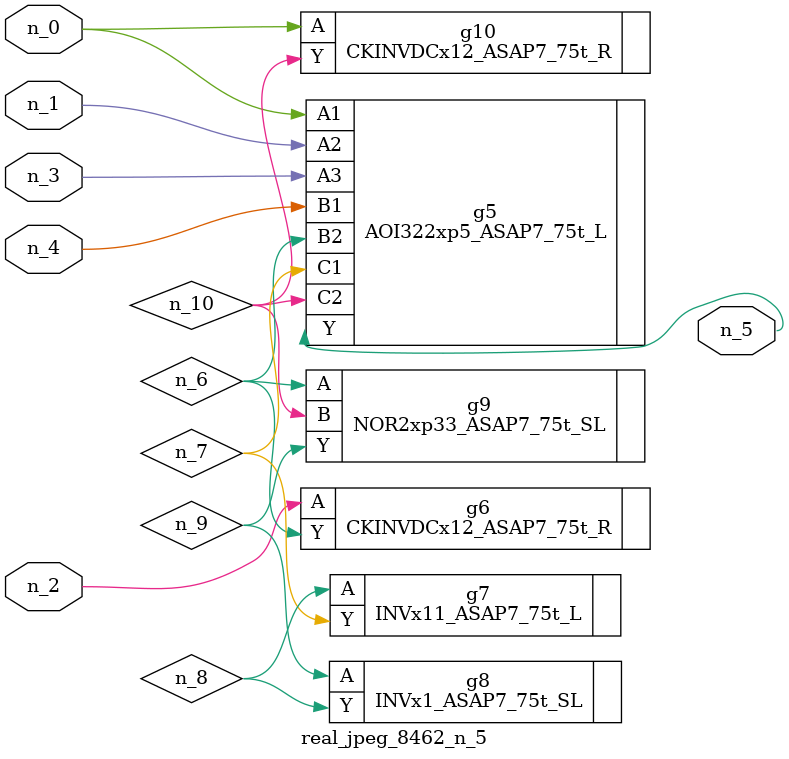
<source format=v>
module real_jpeg_8462_n_5 (n_4, n_0, n_1, n_2, n_3, n_5);

input n_4;
input n_0;
input n_1;
input n_2;
input n_3;

output n_5;

wire n_8;
wire n_6;
wire n_7;
wire n_10;
wire n_9;

AOI322xp5_ASAP7_75t_L g5 ( 
.A1(n_0),
.A2(n_1),
.A3(n_3),
.B1(n_4),
.B2(n_6),
.C1(n_7),
.C2(n_10),
.Y(n_5)
);

CKINVDCx12_ASAP7_75t_R g10 ( 
.A(n_0),
.Y(n_10)
);

CKINVDCx12_ASAP7_75t_R g6 ( 
.A(n_2),
.Y(n_6)
);

NOR2xp33_ASAP7_75t_SL g9 ( 
.A(n_6),
.B(n_10),
.Y(n_9)
);

INVx11_ASAP7_75t_L g7 ( 
.A(n_8),
.Y(n_7)
);

INVx1_ASAP7_75t_SL g8 ( 
.A(n_9),
.Y(n_8)
);


endmodule
</source>
